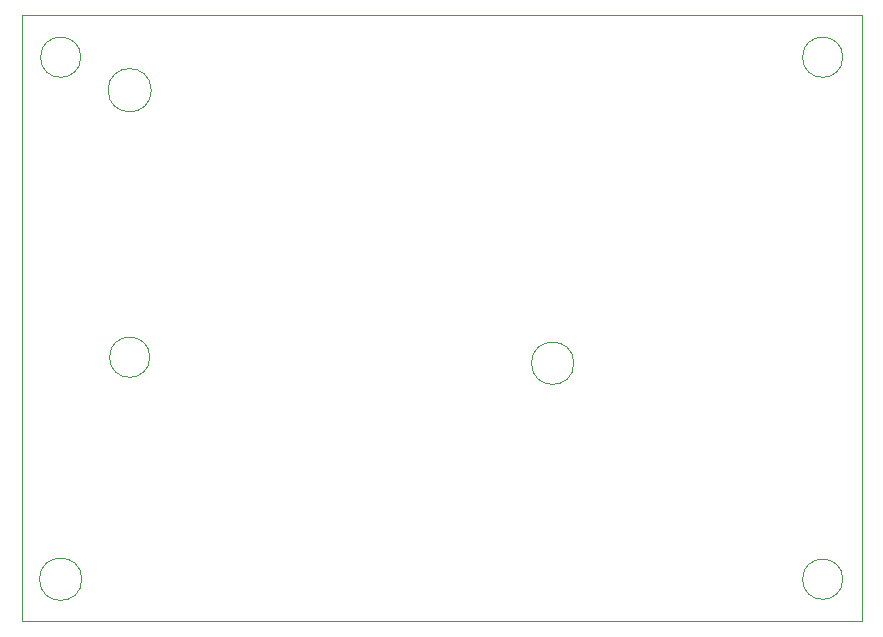
<source format=gbr>
%TF.GenerationSoftware,KiCad,Pcbnew,7.0.9*%
%TF.CreationDate,2023-11-25T10:22:14+10:00*%
%TF.ProjectId,EWS,4557532e-6b69-4636-9164-5f7063625858,rev?*%
%TF.SameCoordinates,Original*%
%TF.FileFunction,Profile,NP*%
%FSLAX46Y46*%
G04 Gerber Fmt 4.6, Leading zero omitted, Abs format (unit mm)*
G04 Created by KiCad (PCBNEW 7.0.9) date 2023-11-25 10:22:14*
%MOMM*%
%LPD*%
G01*
G04 APERTURE LIST*
%TA.AperFunction,Profile*%
%ADD10C,0.100000*%
%TD*%
G04 APERTURE END LIST*
D10*
X95758000Y-53340000D02*
X166878000Y-53340000D01*
X166878000Y-104648000D01*
X95758000Y-104648000D01*
X95758000Y-53340000D01*
X165279884Y-101092000D02*
G75*
G03*
X165279884Y-101092000I-1703884J0D01*
G01*
X142512051Y-82804000D02*
G75*
G03*
X142512051Y-82804000I-1796051J0D01*
G01*
X165279884Y-56896000D02*
G75*
G03*
X165279884Y-56896000I-1703884J0D01*
G01*
X106605884Y-82296000D02*
G75*
G03*
X106605884Y-82296000I-1703884J0D01*
G01*
X100763884Y-56896000D02*
G75*
G03*
X100763884Y-56896000I-1703884J0D01*
G01*
X100856051Y-101092000D02*
G75*
G03*
X100856051Y-101092000I-1796051J0D01*
G01*
X106733620Y-59690000D02*
G75*
G03*
X106733620Y-59690000I-1831620J0D01*
G01*
M02*

</source>
